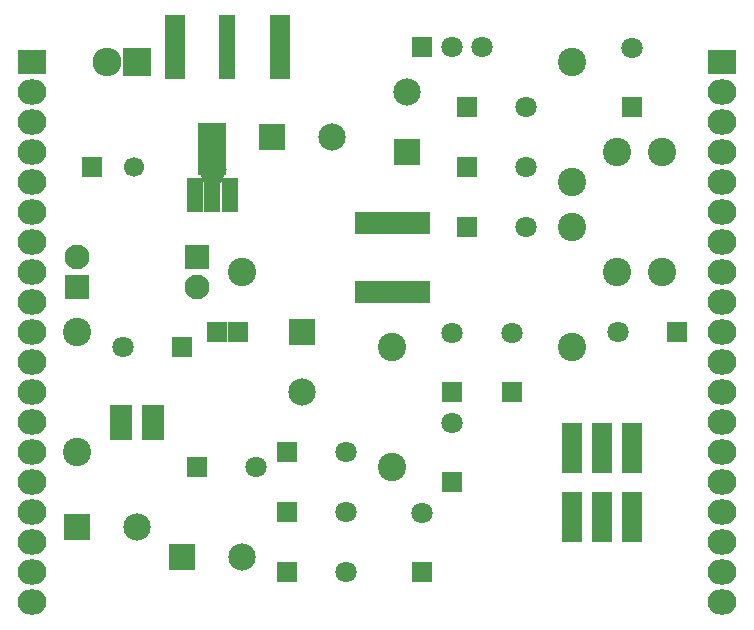
<source format=gbr>
G04 #@! TF.FileFunction,Soldermask,Top*
%FSLAX46Y46*%
G04 Gerber Fmt 4.6, Leading zero omitted, Abs format (unit mm)*
G04 Created by KiCad (PCBNEW 4.0.4+e1-6308~48~ubuntu16.04.1-stable) date Tue Sep  6 14:07:25 2016*
%MOMM*%
%LPD*%
G01*
G04 APERTURE LIST*
%ADD10C,0.100000*%
%ADD11R,1.960000X1.050000*%
%ADD12C,1.700000*%
%ADD13R,1.700000X1.700000*%
%ADD14R,1.800000X1.800000*%
%ADD15C,1.800000*%
%ADD16C,2.099260*%
%ADD17R,2.099260X2.099260*%
%ADD18R,1.670000X1.670000*%
%ADD19R,2.305000X2.305000*%
%ADD20C,2.305000*%
%ADD21R,2.432000X2.432000*%
%ADD22O,2.432000X2.432000*%
%ADD23C,2.398980*%
%ADD24R,1.797000X1.797000*%
%ADD25C,1.797000*%
%ADD26R,1.400760X2.901900*%
%ADD27R,2.398980X4.400500*%
%ADD28C,2.400000*%
%ADD29R,0.800000X1.900000*%
%ADD30R,1.670000X5.480000*%
%ADD31R,1.416000X5.480000*%
%ADD32R,2.432000X2.127200*%
%ADD33O,2.432000X2.127200*%
%ADD34R,1.670000X4.210000*%
G04 APERTURE END LIST*
D10*
D11*
X54530000Y-117160000D03*
X54530000Y-118110000D03*
X54530000Y-119060000D03*
X57230000Y-119060000D03*
X57230000Y-117160000D03*
X57230000Y-118110000D03*
D12*
X55570000Y-96520000D03*
D13*
X52070000Y-96520000D03*
D14*
X60960000Y-121920000D03*
D15*
X65960000Y-121920000D03*
D14*
X68580000Y-125730000D03*
D15*
X73580000Y-125730000D03*
D14*
X80010000Y-130810000D03*
D15*
X80010000Y-125810000D03*
D14*
X82550000Y-123190000D03*
D15*
X82550000Y-118190000D03*
D14*
X59690000Y-111760000D03*
D15*
X54690000Y-111760000D03*
D14*
X68580000Y-130810000D03*
D15*
X73580000Y-130810000D03*
D14*
X82550000Y-115570000D03*
D15*
X82550000Y-110570000D03*
D14*
X68580000Y-120650000D03*
D15*
X73580000Y-120650000D03*
D14*
X87630000Y-115570000D03*
D15*
X87630000Y-110570000D03*
D14*
X83820000Y-101600000D03*
D15*
X88820000Y-101600000D03*
D14*
X83820000Y-96520000D03*
D15*
X88820000Y-96520000D03*
D14*
X83820000Y-91440000D03*
D15*
X88820000Y-91440000D03*
D14*
X97790000Y-91440000D03*
D15*
X97790000Y-86440000D03*
D14*
X101600000Y-110490000D03*
D15*
X96600000Y-110490000D03*
D16*
X50799480Y-104142540D03*
D17*
X60959480Y-104142540D03*
D16*
X60960520Y-106677460D03*
D17*
X50800520Y-106677460D03*
D18*
X62611000Y-110490000D03*
X64389000Y-110490000D03*
D19*
X50800000Y-127000000D03*
D20*
X55880000Y-127000000D03*
D19*
X59690000Y-129540000D03*
D20*
X64770000Y-129540000D03*
D19*
X67310000Y-93980000D03*
D20*
X72390000Y-93980000D03*
D19*
X69850000Y-110490000D03*
D20*
X69850000Y-115570000D03*
D19*
X78740000Y-95250000D03*
D20*
X78740000Y-90170000D03*
D21*
X55880000Y-87630000D03*
D22*
X53340000Y-87630000D03*
D23*
X77470000Y-121920000D03*
X77470000Y-111760000D03*
X50800000Y-120650000D03*
X50800000Y-110490000D03*
X92710000Y-87630000D03*
X92710000Y-97790000D03*
X92710000Y-111760000D03*
X92710000Y-101600000D03*
X96520000Y-105410000D03*
X96520000Y-95250000D03*
X100330000Y-105410000D03*
X100330000Y-95250000D03*
D24*
X80010000Y-86360000D03*
D25*
X82550000Y-86360000D03*
X85090000Y-86360000D03*
D26*
X60728860Y-98872040D03*
X62230000Y-98872040D03*
X63731140Y-98872040D03*
D27*
X62230000Y-94919800D03*
D10*
G36*
X63430760Y-96694650D02*
X62930380Y-97843950D01*
X61529620Y-97843950D01*
X61029240Y-96694650D01*
X63430760Y-96694650D01*
X63430760Y-96694650D01*
G37*
D28*
X64770000Y-105410000D03*
D29*
X74612500Y-107040000D03*
X75247500Y-107040000D03*
X75882500Y-107040000D03*
X76517500Y-107040000D03*
X77152500Y-107040000D03*
X77787500Y-107040000D03*
X78422500Y-107040000D03*
X79057500Y-107040000D03*
X79692500Y-107040000D03*
X80327500Y-107040000D03*
X80327500Y-101240000D03*
X79692500Y-101240000D03*
X79057500Y-101240000D03*
X78422500Y-101240000D03*
X77787500Y-101240000D03*
X77152500Y-101240000D03*
X76517500Y-101240000D03*
X75882500Y-101240000D03*
X75247500Y-101240000D03*
X74612500Y-101240000D03*
D30*
X59055000Y-86360000D03*
X67945000Y-86360000D03*
D31*
X63500000Y-86360000D03*
D32*
X46990000Y-87630000D03*
D33*
X46990000Y-90170000D03*
X46990000Y-92710000D03*
X46990000Y-95250000D03*
X46990000Y-97790000D03*
X46990000Y-100330000D03*
X46990000Y-102870000D03*
X46990000Y-105410000D03*
X46990000Y-107950000D03*
X46990000Y-110490000D03*
X46990000Y-113030000D03*
X46990000Y-115570000D03*
X46990000Y-118110000D03*
X46990000Y-120650000D03*
X46990000Y-123190000D03*
X46990000Y-125730000D03*
X46990000Y-128270000D03*
X46990000Y-130810000D03*
X46990000Y-133350000D03*
D32*
X105410000Y-87630000D03*
D33*
X105410000Y-90170000D03*
X105410000Y-92710000D03*
X105410000Y-95250000D03*
X105410000Y-97790000D03*
X105410000Y-100330000D03*
X105410000Y-102870000D03*
X105410000Y-105410000D03*
X105410000Y-107950000D03*
X105410000Y-110490000D03*
X105410000Y-113030000D03*
X105410000Y-115570000D03*
X105410000Y-118110000D03*
X105410000Y-120650000D03*
X105410000Y-123190000D03*
X105410000Y-125730000D03*
X105410000Y-128270000D03*
X105410000Y-130810000D03*
X105410000Y-133350000D03*
D34*
X97790000Y-120269000D03*
X95250000Y-120269000D03*
X92710000Y-120269000D03*
X97790000Y-126111000D03*
X95250000Y-126111000D03*
X92710000Y-126111000D03*
M02*

</source>
